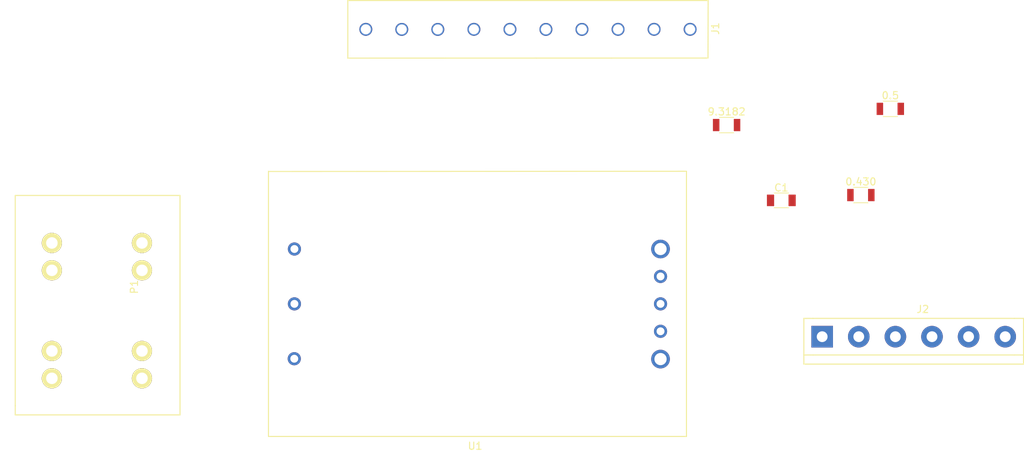
<source format=kicad_pcb>
(kicad_pcb (version 4) (host pcbnew 4.0.7)

  (general
    (links 32)
    (no_connects 28)
    (area 0 0 0 0)
    (thickness 1.6)
    (drawings 0)
    (tracks 0)
    (zones 0)
    (modules 8)
    (nets 9)
  )

  (page A4)
  (layers
    (0 F.Cu signal)
    (31 B.Cu signal)
    (32 B.Adhes user)
    (33 F.Adhes user)
    (34 B.Paste user)
    (35 F.Paste user)
    (36 B.SilkS user)
    (37 F.SilkS user)
    (38 B.Mask user)
    (39 F.Mask user)
    (40 Dwgs.User user)
    (41 Cmts.User user)
    (42 Eco1.User user)
    (43 Eco2.User user)
    (44 Edge.Cuts user)
    (45 Margin user)
    (46 B.CrtYd user)
    (47 F.CrtYd user)
    (48 B.Fab user)
    (49 F.Fab user)
  )

  (setup
    (last_trace_width 0.25)
    (trace_clearance 0.2)
    (zone_clearance 0.508)
    (zone_45_only no)
    (trace_min 0.2)
    (segment_width 0.2)
    (edge_width 0.15)
    (via_size 0.6)
    (via_drill 0.4)
    (via_min_size 0.4)
    (via_min_drill 0.3)
    (uvia_size 0.3)
    (uvia_drill 0.1)
    (uvias_allowed no)
    (uvia_min_size 0.2)
    (uvia_min_drill 0.1)
    (pcb_text_width 0.3)
    (pcb_text_size 1.5 1.5)
    (mod_edge_width 0.15)
    (mod_text_size 1 1)
    (mod_text_width 0.15)
    (pad_size 1.524 1.524)
    (pad_drill 0.762)
    (pad_to_mask_clearance 0.2)
    (aux_axis_origin 0 0)
    (visible_elements FFFFFF7F)
    (pcbplotparams
      (layerselection 0x00030_80000001)
      (usegerberextensions false)
      (excludeedgelayer true)
      (linewidth 0.100000)
      (plotframeref false)
      (viasonmask false)
      (mode 1)
      (useauxorigin false)
      (hpglpennumber 1)
      (hpglpenspeed 20)
      (hpglpendiameter 15)
      (hpglpenoverlay 2)
      (psnegative false)
      (psa4output false)
      (plotreference true)
      (plotvalue true)
      (plotinvisibletext false)
      (padsonsilk false)
      (subtractmaskfromsilk false)
      (outputformat 1)
      (mirror false)
      (drillshape 1)
      (scaleselection 1)
      (outputdirectory ""))
  )

  (net 0 "")
  (net 1 "Net-(0.430-Pad2)")
  (net 2 "Net-(0.5-Pad2)")
  (net 3 GND)
  (net 4 "Net-(9.3182-Pad1)")
  (net 5 "Net-(9.3182-Pad2)")
  (net 6 "Net-(P1-Pad1)")
  (net 7 "Net-(P1-Pad2)")
  (net 8 "Net-(U1-Pad2)")

  (net_class Default "This is the default net class."
    (clearance 0.2)
    (trace_width 0.25)
    (via_dia 0.6)
    (via_drill 0.4)
    (uvia_dia 0.3)
    (uvia_drill 0.1)
    (add_net GND)
    (add_net "Net-(0.430-Pad2)")
    (add_net "Net-(0.5-Pad2)")
    (add_net "Net-(9.3182-Pad1)")
    (add_net "Net-(9.3182-Pad2)")
    (add_net "Net-(P1-Pad1)")
    (add_net "Net-(P1-Pad2)")
    (add_net "Net-(U1-Pad2)")
  )

  (module Resistors_SMD:R_1206 (layer F.Cu) (tedit 58E0A804) (tstamp 5AC9604F)
    (at 159.8527 99.9363)
    (descr "Resistor SMD 1206, reflow soldering, Vishay (see dcrcw.pdf)")
    (tags "resistor 1206")
    (path /5AC54CA5)
    (attr smd)
    (fp_text reference 0.5 (at 0 -1.85) (layer F.SilkS)
      (effects (font (size 1 1) (thickness 0.15)))
    )
    (fp_text value R (at 0 1.95) (layer F.Fab)
      (effects (font (size 1 1) (thickness 0.15)))
    )
    (fp_text user %R (at 0 0) (layer F.Fab)
      (effects (font (size 0.7 0.7) (thickness 0.105)))
    )
    (fp_line (start -1.6 0.8) (end -1.6 -0.8) (layer F.Fab) (width 0.1))
    (fp_line (start 1.6 0.8) (end -1.6 0.8) (layer F.Fab) (width 0.1))
    (fp_line (start 1.6 -0.8) (end 1.6 0.8) (layer F.Fab) (width 0.1))
    (fp_line (start -1.6 -0.8) (end 1.6 -0.8) (layer F.Fab) (width 0.1))
    (fp_line (start 1 1.07) (end -1 1.07) (layer F.SilkS) (width 0.12))
    (fp_line (start -1 -1.07) (end 1 -1.07) (layer F.SilkS) (width 0.12))
    (fp_line (start -2.15 -1.11) (end 2.15 -1.11) (layer F.CrtYd) (width 0.05))
    (fp_line (start -2.15 -1.11) (end -2.15 1.1) (layer F.CrtYd) (width 0.05))
    (fp_line (start 2.15 1.1) (end 2.15 -1.11) (layer F.CrtYd) (width 0.05))
    (fp_line (start 2.15 1.1) (end -2.15 1.1) (layer F.CrtYd) (width 0.05))
    (pad 1 smd rect (at -1.45 0) (size 0.9 1.7) (layers F.Cu F.Paste F.Mask)
      (net 1 "Net-(0.430-Pad2)"))
    (pad 2 smd rect (at 1.45 0) (size 0.9 1.7) (layers F.Cu F.Paste F.Mask)
      (net 2 "Net-(0.5-Pad2)"))
    (model ${KISYS3DMOD}/Resistors_SMD.3dshapes/R_1206.wrl
      (at (xyz 0 0 0))
      (scale (xyz 1 1 1))
      (rotate (xyz 0 0 0))
    )
  )

  (module Resistors_SMD:R_1206 (layer F.Cu) (tedit 58E0A804) (tstamp 5AC96055)
    (at 155.7633 111.9124)
    (descr "Resistor SMD 1206, reflow soldering, Vishay (see dcrcw.pdf)")
    (tags "resistor 1206")
    (path /5AC54C78)
    (attr smd)
    (fp_text reference 0.430 (at 0 -1.85) (layer F.SilkS)
      (effects (font (size 1 1) (thickness 0.15)))
    )
    (fp_text value R (at 0 1.95) (layer F.Fab)
      (effects (font (size 1 1) (thickness 0.15)))
    )
    (fp_text user %R (at 0 0) (layer F.Fab)
      (effects (font (size 0.7 0.7) (thickness 0.105)))
    )
    (fp_line (start -1.6 0.8) (end -1.6 -0.8) (layer F.Fab) (width 0.1))
    (fp_line (start 1.6 0.8) (end -1.6 0.8) (layer F.Fab) (width 0.1))
    (fp_line (start 1.6 -0.8) (end 1.6 0.8) (layer F.Fab) (width 0.1))
    (fp_line (start -1.6 -0.8) (end 1.6 -0.8) (layer F.Fab) (width 0.1))
    (fp_line (start 1 1.07) (end -1 1.07) (layer F.SilkS) (width 0.12))
    (fp_line (start -1 -1.07) (end 1 -1.07) (layer F.SilkS) (width 0.12))
    (fp_line (start -2.15 -1.11) (end 2.15 -1.11) (layer F.CrtYd) (width 0.05))
    (fp_line (start -2.15 -1.11) (end -2.15 1.1) (layer F.CrtYd) (width 0.05))
    (fp_line (start 2.15 1.1) (end 2.15 -1.11) (layer F.CrtYd) (width 0.05))
    (fp_line (start 2.15 1.1) (end -2.15 1.1) (layer F.CrtYd) (width 0.05))
    (pad 1 smd rect (at -1.45 0) (size 0.9 1.7) (layers F.Cu F.Paste F.Mask)
      (net 3 GND))
    (pad 2 smd rect (at 1.45 0) (size 0.9 1.7) (layers F.Cu F.Paste F.Mask)
      (net 1 "Net-(0.430-Pad2)"))
    (model ${KISYS3DMOD}/Resistors_SMD.3dshapes/R_1206.wrl
      (at (xyz 0 0 0))
      (scale (xyz 1 1 1))
      (rotate (xyz 0 0 0))
    )
  )

  (module Resistors_SMD:R_1206 (layer F.Cu) (tedit 58E0A804) (tstamp 5AC9605B)
    (at 137.1324 102.1842)
    (descr "Resistor SMD 1206, reflow soldering, Vishay (see dcrcw.pdf)")
    (tags "resistor 1206")
    (path /5AC54BDD)
    (attr smd)
    (fp_text reference 9.3182 (at 0 -1.85) (layer F.SilkS)
      (effects (font (size 1 1) (thickness 0.15)))
    )
    (fp_text value R (at 0 1.95) (layer F.Fab)
      (effects (font (size 1 1) (thickness 0.15)))
    )
    (fp_text user %R (at 0 0) (layer F.Fab)
      (effects (font (size 0.7 0.7) (thickness 0.105)))
    )
    (fp_line (start -1.6 0.8) (end -1.6 -0.8) (layer F.Fab) (width 0.1))
    (fp_line (start 1.6 0.8) (end -1.6 0.8) (layer F.Fab) (width 0.1))
    (fp_line (start 1.6 -0.8) (end 1.6 0.8) (layer F.Fab) (width 0.1))
    (fp_line (start -1.6 -0.8) (end 1.6 -0.8) (layer F.Fab) (width 0.1))
    (fp_line (start 1 1.07) (end -1 1.07) (layer F.SilkS) (width 0.12))
    (fp_line (start -1 -1.07) (end 1 -1.07) (layer F.SilkS) (width 0.12))
    (fp_line (start -2.15 -1.11) (end 2.15 -1.11) (layer F.CrtYd) (width 0.05))
    (fp_line (start -2.15 -1.11) (end -2.15 1.1) (layer F.CrtYd) (width 0.05))
    (fp_line (start 2.15 1.1) (end 2.15 -1.11) (layer F.CrtYd) (width 0.05))
    (fp_line (start 2.15 1.1) (end -2.15 1.1) (layer F.CrtYd) (width 0.05))
    (pad 1 smd rect (at -1.45 0) (size 0.9 1.7) (layers F.Cu F.Paste F.Mask)
      (net 4 "Net-(9.3182-Pad1)"))
    (pad 2 smd rect (at 1.45 0) (size 0.9 1.7) (layers F.Cu F.Paste F.Mask)
      (net 5 "Net-(9.3182-Pad2)"))
    (model ${KISYS3DMOD}/Resistors_SMD.3dshapes/R_1206.wrl
      (at (xyz 0 0 0))
      (scale (xyz 1 1 1))
      (rotate (xyz 0 0 0))
    )
  )

  (module Capacitors_SMD:C_1206 (layer F.Cu) (tedit 58AA84B8) (tstamp 5AC96061)
    (at 144.7278 112.649)
    (descr "Capacitor SMD 1206, reflow soldering, AVX (see smccp.pdf)")
    (tags "capacitor 1206")
    (path /5AC54A7E)
    (attr smd)
    (fp_text reference C1 (at 0 -1.75) (layer F.SilkS)
      (effects (font (size 1 1) (thickness 0.15)))
    )
    (fp_text value 0.01uF (at 0 2) (layer F.Fab)
      (effects (font (size 1 1) (thickness 0.15)))
    )
    (fp_text user %R (at 0 -1.75) (layer F.Fab)
      (effects (font (size 1 1) (thickness 0.15)))
    )
    (fp_line (start -1.6 0.8) (end -1.6 -0.8) (layer F.Fab) (width 0.1))
    (fp_line (start 1.6 0.8) (end -1.6 0.8) (layer F.Fab) (width 0.1))
    (fp_line (start 1.6 -0.8) (end 1.6 0.8) (layer F.Fab) (width 0.1))
    (fp_line (start -1.6 -0.8) (end 1.6 -0.8) (layer F.Fab) (width 0.1))
    (fp_line (start 1 -1.02) (end -1 -1.02) (layer F.SilkS) (width 0.12))
    (fp_line (start -1 1.02) (end 1 1.02) (layer F.SilkS) (width 0.12))
    (fp_line (start -2.25 -1.05) (end 2.25 -1.05) (layer F.CrtYd) (width 0.05))
    (fp_line (start -2.25 -1.05) (end -2.25 1.05) (layer F.CrtYd) (width 0.05))
    (fp_line (start 2.25 1.05) (end 2.25 -1.05) (layer F.CrtYd) (width 0.05))
    (fp_line (start 2.25 1.05) (end -2.25 1.05) (layer F.CrtYd) (width 0.05))
    (pad 1 smd rect (at -1.5 0) (size 1 1.6) (layers F.Cu F.Paste F.Mask)
      (net 4 "Net-(9.3182-Pad1)"))
    (pad 2 smd rect (at 1.5 0) (size 1 1.6) (layers F.Cu F.Paste F.Mask)
      (net 5 "Net-(9.3182-Pad2)"))
    (model Capacitors_SMD.3dshapes/C_1206.wrl
      (at (xyz 0 0 0))
      (scale (xyz 1 1 1))
      (rotate (xyz 0 0 0))
    )
  )

  (module USST-footprints:Phoenix_Contact_Terminal_Block_1x10_1935242 (layer F.Cu) (tedit 5AC9478B) (tstamp 5AC96073)
    (at 109.5723 88.89)
    (path /5AC943C7)
    (fp_text reference J1 (at 26.01 -0.1 90) (layer F.SilkS)
      (effects (font (size 1 1) (thickness 0.15)))
    )
    (fp_text value Conn_01x10 (at -0.22 5.59) (layer F.Fab)
      (effects (font (size 1 1) (thickness 0.15)))
    )
    (fp_line (start -25 -4) (end 25 -4) (layer F.SilkS) (width 0.15))
    (fp_line (start 25 -4) (end 24.98 3.99) (layer F.SilkS) (width 0.15))
    (fp_line (start 24.98 3.99) (end -25 4) (layer F.SilkS) (width 0.15))
    (fp_line (start -25 4) (end -25 -4) (layer F.SilkS) (width 0.15))
    (pad 1 thru_hole circle (at -22.5 0) (size 1.8 1.8) (drill 1.4) (layers *.Cu *.Mask)
      (net 2 "Net-(0.5-Pad2)"))
    (pad 2 thru_hole circle (at -17.51 0.01) (size 1.8 1.8) (drill 1.4) (layers *.Cu *.Mask)
      (net 3 GND))
    (pad 3 thru_hole circle (at -12.51 0.01) (size 1.8 1.8) (drill 1.4) (layers *.Cu *.Mask)
      (net 2 "Net-(0.5-Pad2)"))
    (pad 4 thru_hole circle (at -7.5 0) (size 1.8 1.8) (drill 1.4) (layers *.Cu *.Mask)
      (net 3 GND))
    (pad 5 thru_hole circle (at -2.5 0) (size 1.8 1.8) (drill 1.4) (layers *.Cu *.Mask)
      (net 2 "Net-(0.5-Pad2)"))
    (pad 6 thru_hole circle (at 2.49 0.01) (size 1.8 1.8) (drill 1.4) (layers *.Cu *.Mask)
      (net 3 GND))
    (pad 7 thru_hole circle (at 7.49 0.01) (size 1.8 1.8) (drill 1.4) (layers *.Cu *.Mask)
      (net 2 "Net-(0.5-Pad2)"))
    (pad 8 thru_hole circle (at 12.5 0) (size 1.8 1.8) (drill 1.4) (layers *.Cu *.Mask)
      (net 3 GND))
    (pad 9 thru_hole circle (at 17.5 0) (size 1.8 1.8) (drill 1.4) (layers *.Cu *.Mask)
      (net 2 "Net-(0.5-Pad2)"))
    (pad 10 thru_hole circle (at 22.5 0) (size 1.8 1.8) (drill 1.4) (layers *.Cu *.Mask)
      (net 3 GND))
  )

  (module USST-footprints:TerminalBlock_Pheonix_PT-5mm_6pol (layer F.Cu) (tedit 5AA46E25) (tstamp 5AC96088)
    (at 150.3934 131.5847)
    (path /5AC95135)
    (fp_text reference J2 (at 13.97 -3.81) (layer F.SilkS)
      (effects (font (size 1 1) (thickness 0.15)))
    )
    (fp_text value Conn_01x06 (at 12.7 5.08) (layer F.Fab)
      (effects (font (size 1 1) (thickness 0.15)))
    )
    (fp_line (start 27.94 3.81) (end 27.94 2.54) (layer F.SilkS) (width 0.15))
    (fp_line (start -2.54 3.81) (end 27.94 3.81) (layer F.SilkS) (width 0.15))
    (fp_line (start -2.54 2.54) (end -2.54 3.81) (layer F.SilkS) (width 0.15))
    (fp_line (start -2.54 2.54) (end -1.27 2.54) (layer F.SilkS) (width 0.15))
    (fp_line (start -2.54 -2.54) (end -2.54 2.54) (layer F.SilkS) (width 0.15))
    (fp_line (start -1.27 -2.54) (end -2.54 -2.54) (layer F.SilkS) (width 0.15))
    (fp_line (start 27.94 2.54) (end 26.67 2.54) (layer F.SilkS) (width 0.15))
    (fp_line (start 27.94 -2.54) (end 27.94 2.54) (layer F.SilkS) (width 0.15))
    (fp_line (start 26.67 -2.54) (end 27.94 -2.54) (layer F.SilkS) (width 0.15))
    (fp_line (start 26.67 -2.54) (end -1.27 -2.54) (layer F.SilkS) (width 0.15))
    (fp_line (start -1.27 2.54) (end 26.67 2.54) (layer F.SilkS) (width 0.15))
    (pad 1 thru_hole rect (at 0 0) (size 3 3) (drill 1.5) (layers *.Cu *.Mask)
      (net 1 "Net-(0.430-Pad2)"))
    (pad 2 thru_hole circle (at 5.08 0) (size 3 3) (drill 1.5) (layers *.Cu *.Mask)
      (net 3 GND))
    (pad 3 thru_hole circle (at 10.16 0) (size 3 3) (drill 1.5) (layers *.Cu *.Mask)
      (net 1 "Net-(0.430-Pad2)"))
    (pad 4 thru_hole circle (at 15.24 0) (size 3 3) (drill 1.5) (layers *.Cu *.Mask)
      (net 3 GND))
    (pad 5 thru_hole circle (at 20.32 0) (size 3 3) (drill 1.5) (layers *.Cu *.Mask)
      (net 1 "Net-(0.430-Pad2)"))
    (pad 6 thru_hole circle (at 25.4 0) (size 3 3) (drill 1.5) (layers *.Cu *.Mask)
      (net 3 GND))
  )

  (module USST-footprints:Phoenix_Contact_1770539 (layer F.Cu) (tedit 56EE485B) (tstamp 5AC96099)
    (at 43.5102 137.3672 90)
    (path /5AC864F2)
    (fp_text reference P1 (at 12.7 11.43 90) (layer F.SilkS)
      (effects (font (size 1 1) (thickness 0.15)))
    )
    (fp_text value CONN_01X02 (at 16.51 -6.35 90) (layer F.Fab)
      (effects (font (size 1 1) (thickness 0.15)))
    )
    (fp_line (start -5.08 -5.08) (end -3.81 -5.08) (layer F.SilkS) (width 0.15))
    (fp_line (start -5.08 17.78) (end -5.08 -5.08) (layer F.SilkS) (width 0.15))
    (fp_line (start 25.4 17.78) (end -5.08 17.78) (layer F.SilkS) (width 0.15))
    (fp_line (start 25.4 -5.08) (end 25.4 17.78) (layer F.SilkS) (width 0.15))
    (fp_line (start -3.81 -5.08) (end 25.4 -5.08) (layer F.SilkS) (width 0.15))
    (pad 1 thru_hole circle (at 0 0 90) (size 2.8 2.8) (drill 1.6) (layers *.Cu *.Mask F.SilkS)
      (net 6 "Net-(P1-Pad1)"))
    (pad 1 thru_hole circle (at 3.8 0 90) (size 2.8 2.8) (drill 1.6) (layers *.Cu *.Mask F.SilkS)
      (net 6 "Net-(P1-Pad1)"))
    (pad 1 thru_hole circle (at 0 12.5 90) (size 2.8 2.8) (drill 1.6) (layers *.Cu *.Mask F.SilkS)
      (net 6 "Net-(P1-Pad1)"))
    (pad 1 thru_hole circle (at 3.8 12.5 90) (size 2.8 2.8) (drill 1.6) (layers *.Cu *.Mask F.SilkS)
      (net 6 "Net-(P1-Pad1)"))
    (pad 2 thru_hole circle (at 15 0 90) (size 2.8 2.8) (drill 1.6) (layers *.Cu *.Mask F.SilkS)
      (net 7 "Net-(P1-Pad2)"))
    (pad 2 thru_hole circle (at 18.8 0 90) (size 2.8 2.8) (drill 1.6) (layers *.Cu *.Mask F.SilkS)
      (net 7 "Net-(P1-Pad2)"))
    (pad 2 thru_hole circle (at 15 12.5 90) (size 2.8 2.8) (drill 1.6) (layers *.Cu *.Mask F.SilkS)
      (net 7 "Net-(P1-Pad2)"))
    (pad 2 thru_hole circle (at 18.8 12.5 90) (size 2.8 2.8) (drill 1.6) (layers *.Cu *.Mask F.SilkS)
      (net 7 "Net-(P1-Pad2)"))
  )

  (module USST-footprints:IQL24040A050V_Power_Supply (layer F.Cu) (tedit 5AC415F9) (tstamp 5AC960A9)
    (at 127.9652 119.4054)
    (path /5AC545D9)
    (fp_text reference U1 (at -25.73 27.37 180) (layer F.SilkS)
      (effects (font (size 1 1) (thickness 0.15)))
    )
    (fp_text value IQL24040A050V-009-R-ND (at -25.82 24.43) (layer F.Fab)
      (effects (font (size 1 1) (thickness 0.15)))
    )
    (fp_line (start -54.36 -10.77) (end 3.6 -10.8) (layer F.SilkS) (width 0.15))
    (fp_line (start 3.6 -10.8) (end 3.6 26.04) (layer F.SilkS) (width 0.15))
    (fp_line (start 3.6 26.04) (end -54.4 26.04) (layer F.SilkS) (width 0.15))
    (fp_line (start -54.4 26.04) (end -54.4 -10.8) (layer F.SilkS) (width 0.15))
    (pad 8 thru_hole circle (at 0 0) (size 2.59 2.59) (drill 1.7) (layers *.Cu *.Mask)
      (net 2 "Net-(0.5-Pad2)"))
    (pad 4 thru_hole circle (at 0 15.29) (size 2.59 2.59) (drill 1.7) (layers *.Cu *.Mask)
      (net 3 GND))
    (pad 7 thru_hole circle (at 0 3.81) (size 1.83 1.83) (drill 1.1) (layers *.Cu *.Mask)
      (net 4 "Net-(9.3182-Pad1)"))
    (pad 6 thru_hole circle (at 0 7.62) (size 1.83 1.83) (drill 1.1) (layers *.Cu *.Mask)
      (net 5 "Net-(9.3182-Pad2)"))
    (pad 8 thru_hole circle (at 0 11.43) (size 1.83 1.83) (drill 1.1) (layers *.Cu *.Mask)
      (net 2 "Net-(0.5-Pad2)"))
    (pad 1 thru_hole circle (at -50.8 0) (size 1.83 1.83) (drill 1.1) (layers *.Cu *.Mask)
      (net 7 "Net-(P1-Pad2)"))
    (pad 2 thru_hole circle (at -50.8 7.62) (size 1.83 1.83) (drill 1.1) (layers *.Cu *.Mask)
      (net 8 "Net-(U1-Pad2)"))
    (pad 3 thru_hole circle (at -50.82 15.24) (size 1.83 1.83) (drill 1.1) (layers *.Cu *.Mask)
      (net 6 "Net-(P1-Pad1)"))
  )

)

</source>
